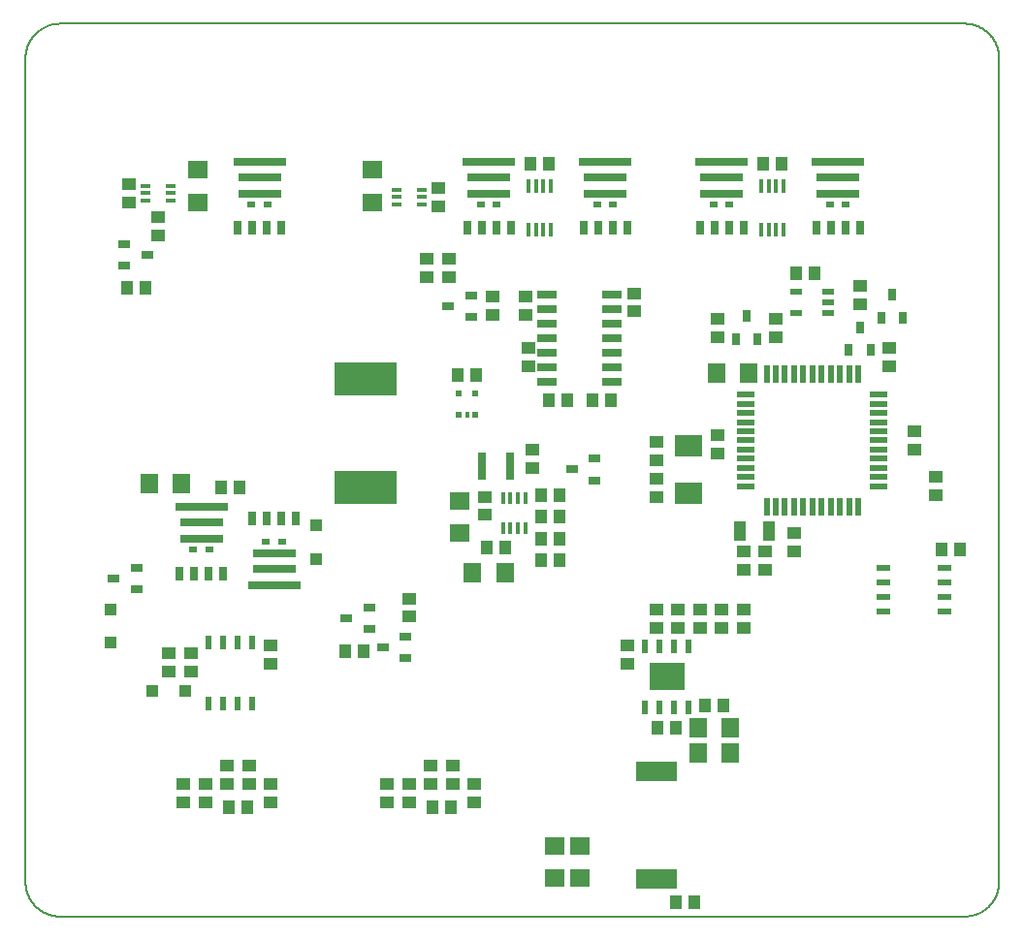
<source format=gtp>
G75*
%MOIN*%
%OFA0B0*%
%FSLAX25Y25*%
%IPPOS*%
%LPD*%
%AMOC8*
5,1,8,0,0,1.08239X$1,22.5*
%
%ADD10R,0.02756X0.04528*%
%ADD11R,0.14961X0.03150*%
%ADD12R,0.18110X0.03150*%
%ADD13R,0.03150X0.01969*%
%ADD14R,0.04331X0.04331*%
%ADD15R,0.21654X0.11811*%
%ADD16R,0.05118X0.04331*%
%ADD17R,0.04331X0.05118*%
%ADD18R,0.07098X0.06299*%
%ADD19R,0.03346X0.01378*%
%ADD20R,0.02362X0.05118*%
%ADD21R,0.06890X0.02756*%
%ADD22R,0.01772X0.04331*%
%ADD23R,0.03150X0.09449*%
%ADD24R,0.06299X0.07087*%
%ADD25R,0.07087X0.06299*%
%ADD26R,0.03937X0.03150*%
%ADD27R,0.03937X0.07087*%
%ADD28R,0.14173X0.07087*%
%ADD29R,0.01969X0.01969*%
%ADD30R,0.01575X0.01969*%
%ADD31R,0.03150X0.03937*%
%ADD32R,0.05906X0.01969*%
%ADD33R,0.01969X0.05906*%
%ADD34R,0.09449X0.07480*%
%ADD35R,0.04331X0.02362*%
%ADD36R,0.05118X0.02362*%
%ADD37R,0.01181X0.04724*%
%ADD38C,0.00787*%
%ADD39R,0.12205X0.09449*%
D10*
X0117028Y0146644D03*
X0122028Y0146644D03*
X0127028Y0146644D03*
X0132028Y0146644D03*
X0142028Y0165600D03*
X0147028Y0165600D03*
X0152028Y0165600D03*
X0157028Y0165600D03*
X0152028Y0265394D03*
X0147028Y0265394D03*
X0142028Y0265394D03*
X0137028Y0265394D03*
X0215778Y0265394D03*
X0220778Y0265394D03*
X0225778Y0265394D03*
X0230778Y0265394D03*
X0255778Y0265394D03*
X0260778Y0265394D03*
X0265778Y0265394D03*
X0270778Y0265394D03*
X0295778Y0265394D03*
X0300778Y0265394D03*
X0305778Y0265394D03*
X0310778Y0265394D03*
X0335778Y0265394D03*
X0340778Y0265394D03*
X0345778Y0265394D03*
X0350778Y0265394D03*
D11*
X0343278Y0277303D03*
X0343278Y0282815D03*
X0303278Y0282815D03*
X0303278Y0277303D03*
X0263278Y0277303D03*
X0263278Y0282815D03*
X0223278Y0282815D03*
X0223278Y0277303D03*
X0144528Y0277303D03*
X0144528Y0282815D03*
X0124528Y0164065D03*
X0124528Y0158553D03*
X0149528Y0153691D03*
X0149528Y0148179D03*
D12*
X0149528Y0142667D03*
X0124528Y0169577D03*
X0144528Y0288327D03*
X0223278Y0288327D03*
X0263278Y0288327D03*
X0303278Y0288327D03*
X0343278Y0288327D03*
D13*
X0346033Y0273563D03*
X0340522Y0273563D03*
X0306033Y0273563D03*
X0300522Y0273563D03*
X0266033Y0273563D03*
X0260522Y0273563D03*
X0226033Y0273563D03*
X0220522Y0273563D03*
X0147283Y0273563D03*
X0141772Y0273563D03*
X0146772Y0157431D03*
X0152283Y0157431D03*
X0127283Y0154813D03*
X0121772Y0154813D03*
D14*
X0093278Y0134331D03*
X0093278Y0122913D03*
X0107569Y0106122D03*
X0118986Y0106122D03*
X0163903Y0151663D03*
X0163903Y0163081D03*
D15*
X0180778Y0176171D03*
X0180778Y0213573D03*
D16*
X0224528Y0235472D03*
X0224528Y0241772D03*
X0235778Y0241772D03*
X0235778Y0235472D03*
X0237028Y0224272D03*
X0237028Y0217972D03*
X0238278Y0189272D03*
X0238278Y0182972D03*
X0222028Y0173022D03*
X0222028Y0166722D03*
X0195778Y0138022D03*
X0195778Y0131722D03*
X0148278Y0121772D03*
X0148278Y0115472D03*
X0120778Y0112972D03*
X0120778Y0119272D03*
X0113278Y0119272D03*
X0113278Y0112972D03*
X0133278Y0080522D03*
X0140778Y0080522D03*
X0140778Y0074222D03*
X0133278Y0074222D03*
X0125778Y0074272D03*
X0125778Y0067972D03*
X0118278Y0067972D03*
X0118278Y0074272D03*
X0148278Y0074272D03*
X0148278Y0067972D03*
X0188278Y0067972D03*
X0195778Y0067972D03*
X0195778Y0074272D03*
X0188278Y0074272D03*
X0203278Y0074222D03*
X0210778Y0074222D03*
X0210778Y0080522D03*
X0203278Y0080522D03*
X0218278Y0074272D03*
X0218278Y0067972D03*
X0270778Y0115472D03*
X0270778Y0121772D03*
X0280778Y0127972D03*
X0288278Y0127972D03*
X0288278Y0134272D03*
X0280778Y0134272D03*
X0295778Y0134272D03*
X0295778Y0127972D03*
X0303278Y0127972D03*
X0310778Y0127972D03*
X0310778Y0134272D03*
X0303278Y0134272D03*
X0310778Y0147972D03*
X0310778Y0154272D03*
X0318278Y0154272D03*
X0318278Y0147972D03*
X0328278Y0154222D03*
X0328278Y0160522D03*
X0302028Y0187972D03*
X0302028Y0194272D03*
X0280778Y0191772D03*
X0280778Y0185472D03*
X0280778Y0179272D03*
X0280778Y0172972D03*
X0302028Y0227972D03*
X0302028Y0234272D03*
X0322028Y0234272D03*
X0322028Y0227972D03*
X0350778Y0239222D03*
X0350778Y0245522D03*
X0360778Y0224272D03*
X0360778Y0217972D03*
X0369528Y0195522D03*
X0369528Y0189222D03*
X0377028Y0179897D03*
X0377028Y0173597D03*
X0273278Y0236722D03*
X0273278Y0243022D03*
X0209528Y0248597D03*
X0209528Y0254897D03*
X0202028Y0254897D03*
X0202028Y0248597D03*
X0205778Y0272972D03*
X0205778Y0279272D03*
X0109528Y0269272D03*
X0109528Y0262972D03*
X0099528Y0274222D03*
X0099528Y0280522D03*
D17*
X0098878Y0244872D03*
X0105177Y0244872D03*
X0131378Y0176122D03*
X0137677Y0176122D03*
X0173878Y0119872D03*
X0180177Y0119872D03*
X0222628Y0155497D03*
X0228927Y0155497D03*
X0241378Y0158622D03*
X0247677Y0158622D03*
X0247677Y0151122D03*
X0241378Y0151122D03*
X0241378Y0166122D03*
X0247677Y0166122D03*
X0247677Y0173622D03*
X0241378Y0173622D03*
X0243878Y0206122D03*
X0250177Y0206122D03*
X0258878Y0206122D03*
X0265177Y0206122D03*
X0218927Y0214872D03*
X0212628Y0214872D03*
X0237628Y0287372D03*
X0243927Y0287372D03*
X0317628Y0287372D03*
X0323927Y0287372D03*
X0328878Y0249872D03*
X0335177Y0249872D03*
X0378878Y0154872D03*
X0385177Y0154872D03*
X0303927Y0101122D03*
X0297628Y0101122D03*
X0287677Y0093622D03*
X0281378Y0093622D03*
X0287628Y0033622D03*
X0293927Y0033622D03*
X0210177Y0066122D03*
X0203878Y0066122D03*
X0140177Y0066122D03*
X0133878Y0066122D03*
D18*
X0123278Y0274274D03*
X0123278Y0285470D03*
X0183278Y0285470D03*
X0183278Y0274274D03*
D19*
X0191447Y0273563D03*
X0191447Y0276122D03*
X0191447Y0278681D03*
X0200108Y0278681D03*
X0200108Y0276122D03*
X0200108Y0273563D03*
X0113858Y0274813D03*
X0113858Y0277372D03*
X0113858Y0279931D03*
X0105197Y0279931D03*
X0105197Y0277372D03*
X0105197Y0274813D03*
D20*
X0127028Y0122805D03*
X0132028Y0122805D03*
X0137028Y0122805D03*
X0142028Y0122805D03*
X0142028Y0101939D03*
X0137028Y0101939D03*
X0132028Y0101939D03*
X0127028Y0101939D03*
X0277028Y0100689D03*
X0282028Y0100689D03*
X0287028Y0100689D03*
X0292028Y0100689D03*
X0292028Y0121555D03*
X0287028Y0121555D03*
X0282028Y0121555D03*
X0277028Y0121555D03*
D21*
X0265650Y0212372D03*
X0265650Y0217372D03*
X0265650Y0222372D03*
X0265650Y0227372D03*
X0265650Y0232372D03*
X0265650Y0237372D03*
X0265650Y0242372D03*
X0243406Y0242372D03*
X0243406Y0237372D03*
X0243406Y0232372D03*
X0243406Y0227372D03*
X0243406Y0222372D03*
X0243406Y0217372D03*
X0243406Y0212372D03*
D22*
X0235866Y0172490D03*
X0233307Y0172490D03*
X0230748Y0172490D03*
X0228189Y0172490D03*
X0228189Y0162254D03*
X0230748Y0162254D03*
X0233307Y0162254D03*
X0235866Y0162254D03*
D23*
X0230699Y0183622D03*
X0220856Y0183425D03*
D24*
X0217766Y0146747D03*
X0228789Y0146747D03*
X0295266Y0093622D03*
X0295266Y0084872D03*
X0306289Y0084872D03*
X0306289Y0093622D03*
X0301516Y0215497D03*
X0312539Y0215497D03*
X0117539Y0177372D03*
X0106516Y0177372D03*
D25*
X0213278Y0171634D03*
X0213278Y0160610D03*
X0245778Y0052884D03*
X0254528Y0052884D03*
X0254528Y0041860D03*
X0245778Y0041860D03*
D26*
X0194715Y0117382D03*
X0194715Y0124862D03*
X0186841Y0121122D03*
X0182215Y0127382D03*
X0182215Y0134862D03*
X0174341Y0131122D03*
X0102215Y0141132D03*
X0102215Y0148612D03*
X0094341Y0144872D03*
X0209341Y0238622D03*
X0217215Y0234882D03*
X0217215Y0242362D03*
X0259715Y0186112D03*
X0259715Y0178632D03*
X0251841Y0182372D03*
X0105965Y0256122D03*
X0098091Y0252382D03*
X0098091Y0259862D03*
D27*
X0309606Y0161122D03*
X0319449Y0161122D03*
D28*
X0280778Y0078376D03*
X0280778Y0041368D03*
D29*
X0218533Y0201329D03*
X0213022Y0201329D03*
X0213022Y0208415D03*
X0218533Y0208415D03*
D30*
X0215778Y0201329D03*
D31*
X0308287Y0227185D03*
X0315768Y0227185D03*
X0312028Y0235059D03*
X0347037Y0223435D03*
X0354518Y0223435D03*
X0350778Y0231309D03*
X0358287Y0234685D03*
X0365768Y0234685D03*
X0362028Y0242559D03*
D32*
X0357362Y0208120D03*
X0357362Y0204970D03*
X0357362Y0201821D03*
X0357362Y0198671D03*
X0357362Y0195522D03*
X0357362Y0192372D03*
X0357362Y0189222D03*
X0357362Y0186073D03*
X0357362Y0182923D03*
X0357362Y0179774D03*
X0357362Y0176624D03*
X0311693Y0176624D03*
X0311693Y0179774D03*
X0311693Y0182923D03*
X0311693Y0186073D03*
X0311693Y0189222D03*
X0311693Y0192372D03*
X0311693Y0195522D03*
X0311693Y0198671D03*
X0311693Y0201821D03*
X0311693Y0204970D03*
X0311693Y0208120D03*
D33*
X0318780Y0215207D03*
X0321929Y0215207D03*
X0325079Y0215207D03*
X0328228Y0215207D03*
X0331378Y0215207D03*
X0334528Y0215207D03*
X0337677Y0215207D03*
X0340827Y0215207D03*
X0343976Y0215207D03*
X0347126Y0215207D03*
X0350276Y0215207D03*
X0350276Y0169537D03*
X0347126Y0169537D03*
X0343976Y0169537D03*
X0340827Y0169537D03*
X0337677Y0169537D03*
X0334528Y0169537D03*
X0331378Y0169537D03*
X0328228Y0169537D03*
X0325079Y0169537D03*
X0321929Y0169537D03*
X0318780Y0169537D03*
D34*
X0292028Y0174301D03*
X0292028Y0190443D03*
D35*
X0329016Y0236132D03*
X0329016Y0243612D03*
X0340039Y0243612D03*
X0340039Y0239872D03*
X0340039Y0236132D03*
D36*
X0359094Y0148622D03*
X0359094Y0143622D03*
X0359094Y0138622D03*
X0359094Y0133622D03*
X0379961Y0133622D03*
X0379961Y0138622D03*
X0379961Y0143622D03*
X0379961Y0148622D03*
D37*
X0324616Y0264892D03*
X0322057Y0264892D03*
X0319498Y0264892D03*
X0316939Y0264892D03*
X0316939Y0279852D03*
X0319498Y0279852D03*
X0322057Y0279852D03*
X0324616Y0279852D03*
X0244616Y0279852D03*
X0242057Y0279852D03*
X0239498Y0279852D03*
X0236939Y0279852D03*
X0236939Y0264892D03*
X0239498Y0264892D03*
X0242057Y0264892D03*
X0244616Y0264892D03*
D38*
X0064055Y0323898D02*
X0064055Y0040433D01*
X0064058Y0040148D01*
X0064069Y0039862D01*
X0064086Y0039577D01*
X0064110Y0039293D01*
X0064141Y0039009D01*
X0064179Y0038726D01*
X0064224Y0038445D01*
X0064275Y0038164D01*
X0064333Y0037884D01*
X0064398Y0037606D01*
X0064470Y0037330D01*
X0064548Y0037056D01*
X0064633Y0036783D01*
X0064725Y0036513D01*
X0064823Y0036245D01*
X0064927Y0035979D01*
X0065038Y0035716D01*
X0065155Y0035456D01*
X0065278Y0035198D01*
X0065408Y0034944D01*
X0065544Y0034693D01*
X0065685Y0034445D01*
X0065833Y0034201D01*
X0065986Y0033960D01*
X0066146Y0033724D01*
X0066311Y0033491D01*
X0066481Y0033262D01*
X0066657Y0033037D01*
X0066839Y0032817D01*
X0067025Y0032601D01*
X0067217Y0032390D01*
X0067414Y0032183D01*
X0067616Y0031981D01*
X0067823Y0031784D01*
X0068034Y0031592D01*
X0068250Y0031406D01*
X0068470Y0031224D01*
X0068695Y0031048D01*
X0068924Y0030878D01*
X0069157Y0030713D01*
X0069393Y0030553D01*
X0069634Y0030400D01*
X0069878Y0030252D01*
X0070126Y0030111D01*
X0070377Y0029975D01*
X0070631Y0029845D01*
X0070889Y0029722D01*
X0071149Y0029605D01*
X0071412Y0029494D01*
X0071678Y0029390D01*
X0071946Y0029292D01*
X0072216Y0029200D01*
X0072489Y0029115D01*
X0072763Y0029037D01*
X0073039Y0028965D01*
X0073317Y0028900D01*
X0073597Y0028842D01*
X0073878Y0028791D01*
X0074159Y0028746D01*
X0074442Y0028708D01*
X0074726Y0028677D01*
X0075010Y0028653D01*
X0075295Y0028636D01*
X0075581Y0028625D01*
X0075866Y0028622D01*
X0386890Y0028622D01*
X0387175Y0028625D01*
X0387461Y0028636D01*
X0387746Y0028653D01*
X0388030Y0028677D01*
X0388314Y0028708D01*
X0388597Y0028746D01*
X0388878Y0028791D01*
X0389159Y0028842D01*
X0389439Y0028900D01*
X0389717Y0028965D01*
X0389993Y0029037D01*
X0390267Y0029115D01*
X0390540Y0029200D01*
X0390810Y0029292D01*
X0391078Y0029390D01*
X0391344Y0029494D01*
X0391607Y0029605D01*
X0391867Y0029722D01*
X0392125Y0029845D01*
X0392379Y0029975D01*
X0392630Y0030111D01*
X0392878Y0030252D01*
X0393122Y0030400D01*
X0393363Y0030553D01*
X0393599Y0030713D01*
X0393832Y0030878D01*
X0394061Y0031048D01*
X0394286Y0031224D01*
X0394506Y0031406D01*
X0394722Y0031592D01*
X0394933Y0031784D01*
X0395140Y0031981D01*
X0395342Y0032183D01*
X0395539Y0032390D01*
X0395731Y0032601D01*
X0395917Y0032817D01*
X0396099Y0033037D01*
X0396275Y0033262D01*
X0396445Y0033491D01*
X0396610Y0033724D01*
X0396770Y0033960D01*
X0396923Y0034201D01*
X0397071Y0034445D01*
X0397212Y0034693D01*
X0397348Y0034944D01*
X0397478Y0035198D01*
X0397601Y0035456D01*
X0397718Y0035716D01*
X0397829Y0035979D01*
X0397933Y0036245D01*
X0398031Y0036513D01*
X0398123Y0036783D01*
X0398208Y0037056D01*
X0398286Y0037330D01*
X0398358Y0037606D01*
X0398423Y0037884D01*
X0398481Y0038164D01*
X0398532Y0038445D01*
X0398577Y0038726D01*
X0398615Y0039009D01*
X0398646Y0039293D01*
X0398670Y0039577D01*
X0398687Y0039862D01*
X0398698Y0040148D01*
X0398701Y0040433D01*
X0398701Y0323898D01*
X0398698Y0324183D01*
X0398687Y0324469D01*
X0398670Y0324754D01*
X0398646Y0325038D01*
X0398615Y0325322D01*
X0398577Y0325605D01*
X0398532Y0325886D01*
X0398481Y0326167D01*
X0398423Y0326447D01*
X0398358Y0326725D01*
X0398286Y0327001D01*
X0398208Y0327275D01*
X0398123Y0327548D01*
X0398031Y0327818D01*
X0397933Y0328086D01*
X0397829Y0328352D01*
X0397718Y0328615D01*
X0397601Y0328875D01*
X0397478Y0329133D01*
X0397348Y0329387D01*
X0397212Y0329638D01*
X0397071Y0329886D01*
X0396923Y0330130D01*
X0396770Y0330371D01*
X0396610Y0330607D01*
X0396445Y0330840D01*
X0396275Y0331069D01*
X0396099Y0331294D01*
X0395917Y0331514D01*
X0395731Y0331730D01*
X0395539Y0331941D01*
X0395342Y0332148D01*
X0395140Y0332350D01*
X0394933Y0332547D01*
X0394722Y0332739D01*
X0394506Y0332925D01*
X0394286Y0333107D01*
X0394061Y0333283D01*
X0393832Y0333453D01*
X0393599Y0333618D01*
X0393363Y0333778D01*
X0393122Y0333931D01*
X0392878Y0334079D01*
X0392630Y0334220D01*
X0392379Y0334356D01*
X0392125Y0334486D01*
X0391867Y0334609D01*
X0391607Y0334726D01*
X0391344Y0334837D01*
X0391078Y0334941D01*
X0390810Y0335039D01*
X0390540Y0335131D01*
X0390267Y0335216D01*
X0389993Y0335294D01*
X0389717Y0335366D01*
X0389439Y0335431D01*
X0389159Y0335489D01*
X0388878Y0335540D01*
X0388597Y0335585D01*
X0388314Y0335623D01*
X0388030Y0335654D01*
X0387746Y0335678D01*
X0387461Y0335695D01*
X0387175Y0335706D01*
X0386890Y0335709D01*
X0075866Y0335709D01*
X0075581Y0335706D01*
X0075295Y0335695D01*
X0075010Y0335678D01*
X0074726Y0335654D01*
X0074442Y0335623D01*
X0074159Y0335585D01*
X0073878Y0335540D01*
X0073597Y0335489D01*
X0073317Y0335431D01*
X0073039Y0335366D01*
X0072763Y0335294D01*
X0072489Y0335216D01*
X0072216Y0335131D01*
X0071946Y0335039D01*
X0071678Y0334941D01*
X0071412Y0334837D01*
X0071149Y0334726D01*
X0070889Y0334609D01*
X0070631Y0334486D01*
X0070377Y0334356D01*
X0070126Y0334220D01*
X0069878Y0334079D01*
X0069634Y0333931D01*
X0069393Y0333778D01*
X0069157Y0333618D01*
X0068924Y0333453D01*
X0068695Y0333283D01*
X0068470Y0333107D01*
X0068250Y0332925D01*
X0068034Y0332739D01*
X0067823Y0332547D01*
X0067616Y0332350D01*
X0067414Y0332148D01*
X0067217Y0331941D01*
X0067025Y0331730D01*
X0066839Y0331514D01*
X0066657Y0331294D01*
X0066481Y0331069D01*
X0066311Y0330840D01*
X0066146Y0330607D01*
X0065986Y0330371D01*
X0065833Y0330130D01*
X0065685Y0329886D01*
X0065544Y0329638D01*
X0065408Y0329387D01*
X0065278Y0329133D01*
X0065155Y0328875D01*
X0065038Y0328615D01*
X0064927Y0328352D01*
X0064823Y0328086D01*
X0064725Y0327818D01*
X0064633Y0327548D01*
X0064548Y0327275D01*
X0064470Y0327001D01*
X0064398Y0326725D01*
X0064333Y0326447D01*
X0064275Y0326167D01*
X0064224Y0325886D01*
X0064179Y0325605D01*
X0064141Y0325322D01*
X0064110Y0325038D01*
X0064086Y0324754D01*
X0064069Y0324469D01*
X0064058Y0324183D01*
X0064055Y0323898D01*
D39*
X0284528Y0111122D03*
M02*

</source>
